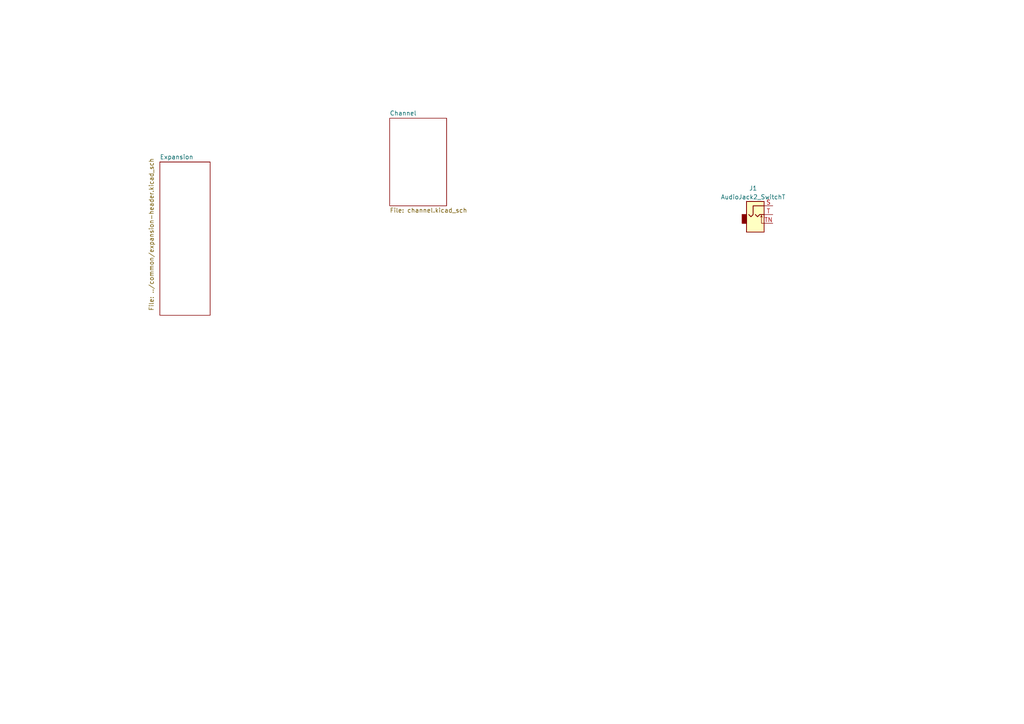
<source format=kicad_sch>
(kicad_sch (version 20230121) (generator eeschema)
  (paper "A4")
  (lib_symbols
    (symbol "Connector_Audio:AudioJack2_SwitchT"
      (property "Reference" "J" (at 0 8.89 0))
      (property "Value" "AudioJack2_SwitchT" (at 0 6.35 0))
      (symbol "AudioJack2_SwitchT_0_1"
        (rectangle (start -2.54 0) (end -3.81 -2.54) (stroke (width 0.254)) (fill (type outline)))
        (polyline (pts (xy 1.778 -0.254) (xy 2.032 -0.762)))
        (polyline (pts (xy 0 0) (xy 0.635 -0.635) (xy 1.27 0) (xy 2.54 0)) (stroke (width 0.254)))
        (polyline (pts (xy 2.54 -2.54) (xy 1.778 -2.54) (xy 1.778 -0.254) (xy 1.524 -0.762)))
        (polyline (pts (xy 2.54 2.54) (xy -0.635 2.54) (xy -0.635 0) (xy -1.27 -0.635) (xy -1.905 0)) (stroke (width 0.254)))
        (rectangle (start 2.54 3.81) (end -2.54 -5.08) (stroke (width 0.254)) (fill (type background)))
      )
      (symbol "AudioJack2_SwitchT_1_1"
        (pin passive line (at 5.08 2.54 180) (length 2.54) (name "~") (number "S"))
        (pin passive line (at 5.08 0 180) (length 2.54) (name "~") (number "T"))
        (pin passive line (at 5.08 -2.54 180) (length 2.54) (name "~") (number "TN"))
      )
    )
  )
  (symbol (lib_id "Connector_Audio:AudioJack2_SwitchT") (at 219.075 62.23 0) (unit 1)
    (property "Reference" "J1" (at 218.44 54.61 0))
    (property "Value" "AudioJack2_SwitchT" (at 218.44 57.15 0))
    (property "Footprint" "Connector_Audio:Jack_3.5mm_PJ320E_Horizontal" (effects hide))
  )
  (sheet (at 46.355 46.99) (size 14.605 44.45) (stroke (width 0.1524))
    (property "Sheetname" "Expansion" (at 46.355 46.2784 0) (effects (justify left bottom)))
    (property "Sheetfile" "../common/expansion-header.kicad_sch" (at 43.18 90.17 90) (effects (justify left top)))
  )
  (sheet (at 113.03 34.29) (size 16.51 25.4) (stroke (width 0.1524))
    (property "Sheetname" "Channel" (at 113.03 33.5784 0) (effects (justify left bottom)))
    (property "Sheetfile" "channel.kicad_sch" (at 113.03 60.2746 0) (effects (justify left top)))
  )
)
</source>
